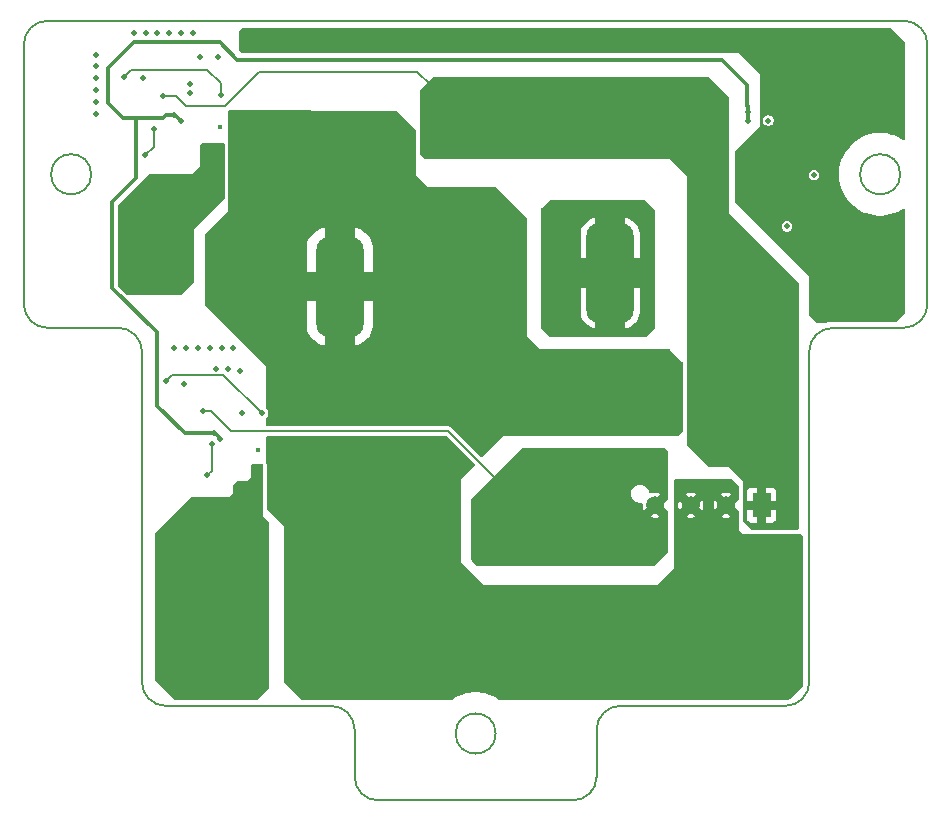
<source format=gbl>
G04 #@! TF.GenerationSoftware,KiCad,Pcbnew,9.0.0*
G04 #@! TF.CreationDate,2026-02-04T15:57:25+07:00*
G04 #@! TF.ProjectId,Power_management_V2,506f7765-725f-46d6-916e-6167656d656e,rev?*
G04 #@! TF.SameCoordinates,Original*
G04 #@! TF.FileFunction,Copper,L4,Bot*
G04 #@! TF.FilePolarity,Positive*
%FSLAX46Y46*%
G04 Gerber Fmt 4.6, Leading zero omitted, Abs format (unit mm)*
G04 Created by KiCad (PCBNEW 9.0.0) date 2026-02-04 15:57:25*
%MOMM*%
%LPD*%
G01*
G04 APERTURE LIST*
G04 Aperture macros list*
%AMRoundRect*
0 Rectangle with rounded corners*
0 $1 Rounding radius*
0 $2 $3 $4 $5 $6 $7 $8 $9 X,Y pos of 4 corners*
0 Add a 4 corners polygon primitive as box body*
4,1,4,$2,$3,$4,$5,$6,$7,$8,$9,$2,$3,0*
0 Add four circle primitives for the rounded corners*
1,1,$1+$1,$2,$3*
1,1,$1+$1,$4,$5*
1,1,$1+$1,$6,$7*
1,1,$1+$1,$8,$9*
0 Add four rect primitives between the rounded corners*
20,1,$1+$1,$2,$3,$4,$5,0*
20,1,$1+$1,$4,$5,$6,$7,0*
20,1,$1+$1,$6,$7,$8,$9,0*
20,1,$1+$1,$8,$9,$2,$3,0*%
G04 Aperture macros list end*
G04 #@! TA.AperFunction,ComponentPad*
%ADD10R,1.520000X2.000000*%
G04 #@! TD*
G04 #@! TA.AperFunction,ComponentPad*
%ADD11C,1.520000*%
G04 #@! TD*
G04 #@! TA.AperFunction,ComponentPad*
%ADD12RoundRect,1.000000X1.000000X3.200000X-1.000000X3.200000X-1.000000X-3.200000X1.000000X-3.200000X0*%
G04 #@! TD*
G04 #@! TA.AperFunction,ViaPad*
%ADD13C,0.500000*%
G04 #@! TD*
G04 #@! TA.AperFunction,ViaPad*
%ADD14C,0.450000*%
G04 #@! TD*
G04 #@! TA.AperFunction,Conductor*
%ADD15C,0.300000*%
G04 #@! TD*
G04 #@! TA.AperFunction,Conductor*
%ADD16C,0.200000*%
G04 #@! TD*
G04 #@! TA.AperFunction,Profile*
%ADD17C,0.200000*%
G04 #@! TD*
G04 #@! TA.AperFunction,Profile*
%ADD18C,0.150000*%
G04 #@! TD*
G04 APERTURE END LIST*
D10*
X144512000Y-92719800D03*
D11*
X141512000Y-92719800D03*
X138512000Y-92719800D03*
X135512000Y-92719800D03*
D12*
X131702000Y-73053800D03*
X108802000Y-74203800D03*
D13*
X131552000Y-104899800D03*
X114752000Y-103999800D03*
X136552000Y-103999800D03*
X117752000Y-103999800D03*
X120652000Y-104899800D03*
X130652000Y-53314800D03*
X125852000Y-81699800D03*
X108552000Y-80949800D03*
X124652000Y-103999800D03*
D14*
X99656466Y-61038237D03*
D13*
X134852000Y-81699800D03*
X108552000Y-79949800D03*
X122652000Y-104899800D03*
X135552000Y-103999800D03*
X109552000Y-102499800D03*
X146952000Y-98599800D03*
X101722000Y-53104800D03*
X133552000Y-104899800D03*
X125652000Y-53314800D03*
X137552000Y-104899800D03*
X133852000Y-81699800D03*
X109552000Y-100499800D03*
X138552000Y-103999800D03*
X114752000Y-104899800D03*
X127552000Y-103999800D03*
X136552000Y-104899800D03*
X122652000Y-53314800D03*
X113752000Y-103999800D03*
X104052000Y-75449800D03*
X109552000Y-107449800D03*
X107552000Y-79949800D03*
X105052000Y-75449800D03*
X108802000Y-102499800D03*
D14*
X100301192Y-61832156D03*
D13*
X129852000Y-81699800D03*
X133652000Y-53314800D03*
X131652000Y-53314800D03*
X127852000Y-81699800D03*
X102722000Y-53104800D03*
X133552000Y-103999800D03*
X132852000Y-81699800D03*
X140952000Y-96799800D03*
X108802000Y-100499800D03*
X128552000Y-103999800D03*
X104052000Y-77449800D03*
X138552000Y-104899800D03*
X123652000Y-103999800D03*
X107552000Y-80949800D03*
X128552000Y-104899800D03*
X127552000Y-104899800D03*
D14*
X99656466Y-62647388D03*
D13*
X117752000Y-104899800D03*
X132552000Y-103999800D03*
X129652000Y-53314800D03*
X105052000Y-77449800D03*
D14*
X102906466Y-89978388D03*
D13*
X100902000Y-65564800D03*
X104377000Y-92649800D03*
X108802000Y-105449800D03*
X104377000Y-91849800D03*
X123652000Y-53314800D03*
X109552000Y-106449800D03*
X118752000Y-104899800D03*
X138652000Y-53314800D03*
X126652000Y-53314800D03*
X105052000Y-78449800D03*
X145952000Y-96799800D03*
X146952000Y-96799800D03*
X121652000Y-103999800D03*
X104052000Y-79449800D03*
X119752000Y-104899800D03*
X131852000Y-81699800D03*
X139552000Y-104899800D03*
X141952000Y-97699800D03*
X140552000Y-104899800D03*
X105052000Y-73449800D03*
X100902000Y-64814800D03*
X129552000Y-104899800D03*
D14*
X100319841Y-62647388D03*
D13*
X142952000Y-98599800D03*
X140352000Y-95399800D03*
X121652000Y-53314800D03*
X142652000Y-53314800D03*
X130852000Y-81699800D03*
X142502000Y-64129800D03*
X115752000Y-104899800D03*
X109552000Y-101499800D03*
D14*
X103569841Y-89978388D03*
D13*
X124652000Y-53314800D03*
X104052000Y-74449800D03*
X145952000Y-97699800D03*
X142952000Y-97699800D03*
X144952000Y-98599800D03*
X140352000Y-94499800D03*
X138352000Y-94499800D03*
X136852000Y-81699800D03*
D14*
X103551192Y-89163156D03*
D13*
X135852000Y-81699800D03*
X143952000Y-96799800D03*
X145952000Y-98599800D03*
X131552000Y-103999800D03*
X126652000Y-103999800D03*
X113752000Y-104899800D03*
X100722000Y-53104800D03*
X97952000Y-87499800D03*
X115752000Y-103999800D03*
X123652000Y-104899800D03*
X109552000Y-80949800D03*
X109552000Y-105449800D03*
X148002000Y-67899800D03*
X139352000Y-94499800D03*
X132652000Y-53314800D03*
X144952000Y-97699800D03*
X134552000Y-103999800D03*
D14*
X102906466Y-88369237D03*
D13*
X127652000Y-53314800D03*
X116752000Y-104899800D03*
X128652000Y-53314800D03*
X139552000Y-103999800D03*
X108802000Y-103499800D03*
X139352000Y-95399800D03*
D14*
X102906466Y-89163156D03*
D13*
X101722000Y-54104800D03*
X138352000Y-95399800D03*
X141952000Y-98599800D03*
X140552000Y-103999800D03*
X125652000Y-104899800D03*
X109552000Y-104449800D03*
X132552000Y-104899800D03*
X142952000Y-96799800D03*
X134552000Y-104899800D03*
X104052000Y-76449800D03*
X126852000Y-81699800D03*
X135652000Y-53314800D03*
X141952000Y-96799800D03*
X144952000Y-96799800D03*
X116752000Y-103999800D03*
X118752000Y-103999800D03*
X92352000Y-63099800D03*
X140652000Y-53314800D03*
X124652000Y-104899800D03*
X105052000Y-76449800D03*
X105052000Y-74449800D03*
X119752000Y-103999800D03*
X135552000Y-104899800D03*
X120652000Y-103999800D03*
X130552000Y-104899800D03*
X99902000Y-64064800D03*
X108802000Y-104449800D03*
X141352000Y-95399800D03*
X120652000Y-53314800D03*
X102722000Y-54104800D03*
X141652000Y-53314800D03*
X129552000Y-103999800D03*
X103277000Y-91399800D03*
X147012000Y-61459800D03*
X134652000Y-53314800D03*
X139652000Y-53314800D03*
X125652000Y-103999800D03*
X104052000Y-78449800D03*
X108802000Y-101499800D03*
D14*
X99656466Y-61832156D03*
D13*
X143952000Y-97699800D03*
X108802000Y-107449800D03*
X121652000Y-104899800D03*
X93052000Y-60899800D03*
X100722000Y-54104800D03*
X141352000Y-94499800D03*
X137552000Y-103999800D03*
X140952000Y-97699800D03*
X108802000Y-106449800D03*
X109552000Y-103499800D03*
X122652000Y-103999800D03*
X105052000Y-79449800D03*
X109552000Y-79949800D03*
X143952000Y-98599800D03*
X146952000Y-97699800D03*
X137652000Y-53314800D03*
X128852000Y-81699800D03*
X130552000Y-103999800D03*
X140952000Y-98599800D03*
X104052000Y-73449800D03*
X126652000Y-104899800D03*
X136652000Y-53314800D03*
X97552000Y-90199800D03*
X126802000Y-73449800D03*
X96052000Y-103199800D03*
X95052000Y-104199800D03*
X94402000Y-66564800D03*
X94302000Y-67449800D03*
X95052000Y-101199800D03*
X97052000Y-101199800D03*
X91302000Y-72449800D03*
X126802000Y-75449800D03*
X127802000Y-73449800D03*
X126802000Y-70449800D03*
X145082000Y-60149800D03*
X126802000Y-68449800D03*
X95052000Y-97299800D03*
X127802000Y-71449800D03*
X92302000Y-68449800D03*
X127802000Y-69449800D03*
X90302000Y-72449800D03*
X95052000Y-94299800D03*
X91302000Y-74449800D03*
X127802000Y-76449800D03*
X97052000Y-94299800D03*
X97052000Y-93299800D03*
D14*
X101842000Y-89869800D03*
D13*
X96052000Y-94299800D03*
X95052000Y-100199800D03*
X97052000Y-98299800D03*
X100252000Y-92299800D03*
X92302000Y-67449800D03*
X127802000Y-68449800D03*
X126802000Y-76449800D03*
X96052000Y-98299800D03*
X95402000Y-66564800D03*
X126802000Y-72449800D03*
X97052000Y-103199800D03*
X96052000Y-99299800D03*
X97352000Y-64214800D03*
X126802000Y-77449800D03*
D14*
X98472000Y-62378800D03*
D13*
X127802000Y-75449800D03*
X96052000Y-100199800D03*
X96402000Y-66564800D03*
X90302000Y-67449800D03*
X126802000Y-71449800D03*
X97052000Y-97299800D03*
X93302000Y-68449800D03*
X100252000Y-91499800D03*
X127802000Y-67449800D03*
X91302000Y-68449800D03*
X95052000Y-105199800D03*
X97052000Y-95299800D03*
X90302000Y-71449800D03*
X97052000Y-96299800D03*
X97052000Y-100199800D03*
X95052000Y-102199800D03*
X96052000Y-102199800D03*
X91302000Y-69449800D03*
X90302000Y-68449800D03*
X97352000Y-65214800D03*
X95052000Y-103199800D03*
X91302000Y-73449800D03*
X126802000Y-67449800D03*
X94302000Y-68449800D03*
X97052000Y-105199800D03*
X96052000Y-101199800D03*
X95052000Y-98299800D03*
X97052000Y-99299800D03*
X98402000Y-66564800D03*
X91302000Y-70449800D03*
X146652000Y-69099800D03*
X126802000Y-69449800D03*
X97402000Y-66564800D03*
X93302000Y-67449800D03*
X127802000Y-77449800D03*
X127802000Y-70449800D03*
X127802000Y-72449800D03*
X96052000Y-97299800D03*
X96052000Y-105199800D03*
X95052000Y-99299800D03*
X148952000Y-64769800D03*
X90302000Y-73449800D03*
X97052000Y-102199800D03*
X91302000Y-71449800D03*
X96052000Y-95299800D03*
X96052000Y-96299800D03*
X126802000Y-74449800D03*
X127802000Y-74449800D03*
X96052000Y-104199800D03*
X90302000Y-70449800D03*
X97052000Y-104199800D03*
X91302000Y-67449800D03*
X96052000Y-93299800D03*
X95052000Y-96299800D03*
X98052000Y-93299800D03*
X90302000Y-69449800D03*
X95052000Y-95299800D03*
X98532000Y-54754800D03*
X92366071Y-52759927D03*
X91366071Y-52759927D03*
X96152000Y-57064800D03*
X88152000Y-56564800D03*
D14*
X98628728Y-60725061D03*
D13*
X95366071Y-52759927D03*
X93366071Y-52759927D03*
X88152000Y-59564800D03*
X96997000Y-54779800D03*
X88152000Y-55564800D03*
X94366071Y-52759927D03*
X88152000Y-54564800D03*
X88152000Y-57564800D03*
X88152000Y-58564800D03*
X96366071Y-52759927D03*
X96152000Y-57814800D03*
X92112000Y-56584800D03*
X94057000Y-82239800D03*
X102182000Y-84949800D03*
X134942000Y-88559800D03*
X129052000Y-92749800D03*
X124692000Y-88559800D03*
X124802000Y-92749800D03*
X127692000Y-88559800D03*
X128692000Y-88559800D03*
X123462000Y-97394800D03*
X127712000Y-97394800D03*
X132052000Y-92749800D03*
X123462000Y-96144800D03*
X128052000Y-92749800D03*
X132942000Y-88559800D03*
X121462000Y-97394800D03*
X122462000Y-96144800D03*
X129712000Y-97394800D03*
X133052000Y-92749800D03*
X126712000Y-97394800D03*
X128712000Y-96144800D03*
X125462000Y-97394800D03*
X135942000Y-88559800D03*
X97252000Y-84699800D03*
X125802000Y-92749800D03*
X129692000Y-88559800D03*
X126802000Y-92749800D03*
X130942000Y-88559800D03*
X121462000Y-96144800D03*
X126712000Y-96144800D03*
X131052000Y-92749800D03*
X131712000Y-97394800D03*
X120462000Y-96144800D03*
X130712000Y-96144800D03*
X130052000Y-92749800D03*
X122462000Y-97394800D03*
X131712000Y-96144800D03*
X127712000Y-96144800D03*
X128712000Y-97394800D03*
X130712000Y-97394800D03*
X129712000Y-96144800D03*
X133942000Y-88559800D03*
X120462000Y-97394800D03*
X131942000Y-88559800D03*
X125462000Y-96144800D03*
X124462000Y-96144800D03*
X121802000Y-92749800D03*
X123802000Y-92749800D03*
X125692000Y-88559800D03*
X122802000Y-92749800D03*
X124462000Y-97394800D03*
X126692000Y-88559800D03*
X98712000Y-57974800D03*
X90517000Y-56484800D03*
X120902000Y-58004800D03*
X141802000Y-80199800D03*
X139802000Y-79199800D03*
X93832000Y-58099800D03*
X126652000Y-59814800D03*
X133652000Y-59814800D03*
X131652000Y-59814800D03*
X141802000Y-86899800D03*
X141802000Y-79199800D03*
X139802000Y-80199800D03*
X137652000Y-59814800D03*
X121652000Y-59814800D03*
X123652000Y-59814800D03*
X139802000Y-86899800D03*
X134652000Y-59814800D03*
X135652000Y-59814800D03*
X144552000Y-89599800D03*
X124652000Y-59814800D03*
X143552000Y-90599800D03*
X139442000Y-67799800D03*
X142752000Y-85899800D03*
X145552000Y-89599800D03*
X144552000Y-90599800D03*
X144752000Y-85899800D03*
X140802000Y-80199800D03*
X143552000Y-89599800D03*
X142752000Y-86899800D03*
X140442000Y-66799800D03*
X143752000Y-86899800D03*
X146752000Y-91499800D03*
X140442000Y-64759800D03*
X144752000Y-86899800D03*
X136652000Y-59814800D03*
X146752000Y-92499800D03*
X139652000Y-59814800D03*
X140452000Y-70899800D03*
X140802000Y-79199800D03*
X139442000Y-65799800D03*
X139442000Y-63759800D03*
X141802000Y-85899800D03*
X140442000Y-65799800D03*
X129652000Y-59814800D03*
X122652000Y-59814800D03*
X140452000Y-69899800D03*
X139452000Y-69899800D03*
X130652000Y-59814800D03*
X145552000Y-90599800D03*
X120902000Y-57164800D03*
X143752000Y-85899800D03*
X140452000Y-68899800D03*
X140442000Y-67799800D03*
X128652000Y-59814800D03*
X127652000Y-59814800D03*
X132652000Y-59814800D03*
X139802000Y-85899800D03*
X125652000Y-59814800D03*
X139442000Y-64759800D03*
X140442000Y-63759800D03*
X138652000Y-59814800D03*
X146752000Y-93499800D03*
X139452000Y-70899800D03*
X139452000Y-68899800D03*
X140802000Y-85899800D03*
X140442000Y-62759800D03*
X139442000Y-66799800D03*
X140802000Y-86899800D03*
X139442000Y-62759800D03*
X98702000Y-87149800D03*
X95352000Y-60184800D03*
X94775727Y-59708820D03*
X143332000Y-59434800D03*
X143332000Y-60184800D03*
X98188047Y-86635847D03*
X95802000Y-79449800D03*
X94802000Y-79449800D03*
X100552000Y-84949800D03*
X95652000Y-82439800D03*
D14*
X101878728Y-88056061D03*
D13*
X100372000Y-81389800D03*
X99352000Y-81199800D03*
X97802000Y-79449800D03*
X98802000Y-79449800D03*
X99802000Y-79449800D03*
X96802000Y-79449800D03*
X98352000Y-81199800D03*
D15*
X94082980Y-59708820D02*
X93847000Y-59944800D01*
X94775727Y-59708820D02*
X94082980Y-59708820D01*
X93847000Y-59944800D02*
X90462000Y-59944800D01*
D16*
X97952000Y-89799800D02*
X97552000Y-90199800D01*
X93052000Y-62399800D02*
X92352000Y-63099800D01*
X97952000Y-87499800D02*
X97952000Y-89799800D01*
X93052000Y-60899800D02*
X93052000Y-62399800D01*
X94057000Y-82239800D02*
X94592000Y-81704800D01*
X94592000Y-81704800D02*
X98937000Y-81704800D01*
X98937000Y-81704800D02*
X102182000Y-84949800D01*
X97282000Y-84729800D02*
X97882000Y-84729800D01*
X118002000Y-86449800D02*
X123802000Y-92249800D01*
X99602000Y-86449800D02*
X118002000Y-86449800D01*
X97252000Y-84699800D02*
X97282000Y-84729800D01*
X123802000Y-92249800D02*
X123802000Y-92749800D01*
X97882000Y-84729800D02*
X99602000Y-86449800D01*
X91167000Y-55834800D02*
X97552000Y-55834800D01*
X97552000Y-55834800D02*
X98712000Y-56994800D01*
X98712000Y-56994800D02*
X98712000Y-57974800D01*
X90517000Y-56484800D02*
X91167000Y-55834800D01*
X93832000Y-58099800D02*
X94952000Y-58099800D01*
X94952000Y-58099800D02*
X95767000Y-58914800D01*
X116527000Y-57164800D02*
X120902000Y-57164800D01*
X120902000Y-58004800D02*
X120902000Y-57164800D01*
X95767000Y-58914800D02*
X99052000Y-58914800D01*
X115377000Y-56014800D02*
X116527000Y-57164800D01*
X101952000Y-56014800D02*
X115377000Y-56014800D01*
X99052000Y-58914800D02*
X101952000Y-56014800D01*
D15*
X91552000Y-60044800D02*
X91552000Y-65049800D01*
X91452000Y-59944800D02*
X91552000Y-60044800D01*
X98627000Y-53474800D02*
X91342000Y-53474800D01*
D16*
X94775727Y-59708820D02*
X94876020Y-59708820D01*
D15*
X143332000Y-59434800D02*
X143332000Y-58909800D01*
X91342000Y-53474800D02*
X89142000Y-55674800D01*
X91552000Y-65049800D02*
X89552000Y-67049800D01*
D16*
X98224095Y-86635847D02*
X98188047Y-86635847D01*
D15*
X89552000Y-74324800D02*
X93322000Y-78094800D01*
X89142000Y-58624800D02*
X90462000Y-59944800D01*
X143322000Y-58899800D02*
X143322000Y-57169800D01*
X90462000Y-59944800D02*
X91452000Y-59944800D01*
D16*
X98702000Y-87149800D02*
X98652000Y-87099800D01*
X98652000Y-87099800D02*
X98652000Y-87063752D01*
D15*
X93322000Y-78094800D02*
X93322000Y-84299800D01*
X94876020Y-59708820D02*
X95352000Y-60184800D01*
X89552000Y-67049800D02*
X89552000Y-74324800D01*
X143322000Y-57169800D02*
X141142000Y-54989800D01*
X95658047Y-86635847D02*
X98188047Y-86635847D01*
X100142000Y-54989800D02*
X98627000Y-53474800D01*
X143332000Y-59434800D02*
X143332000Y-60184800D01*
X89142000Y-55674800D02*
X89142000Y-58624800D01*
X93322000Y-84299800D02*
X95658047Y-86635847D01*
X98652000Y-87063752D02*
X98224095Y-86635847D01*
X141142000Y-54989800D02*
X100142000Y-54989800D01*
G04 #@! TA.AperFunction,Conductor*
G36*
X147692000Y-94598438D02*
G01*
X147683355Y-94627878D01*
X147676832Y-94657865D01*
X147673077Y-94662880D01*
X147672315Y-94665477D01*
X147655681Y-94686119D01*
X147528319Y-94813481D01*
X147466996Y-94846966D01*
X147440638Y-94849800D01*
X143753362Y-94849800D01*
X143686323Y-94830115D01*
X143665681Y-94813481D01*
X142938319Y-94086119D01*
X142904834Y-94024796D01*
X142902000Y-93998438D01*
X142902000Y-93767644D01*
X143252000Y-93767644D01*
X143258401Y-93827172D01*
X143258403Y-93827179D01*
X143308645Y-93961886D01*
X143308649Y-93961893D01*
X143394809Y-94076987D01*
X143394812Y-94076990D01*
X143509906Y-94163150D01*
X143509913Y-94163154D01*
X143644620Y-94213396D01*
X143644627Y-94213398D01*
X143704155Y-94219799D01*
X143704172Y-94219800D01*
X144112000Y-94219800D01*
X144912000Y-94219800D01*
X145319828Y-94219800D01*
X145319844Y-94219799D01*
X145379372Y-94213398D01*
X145379379Y-94213396D01*
X145514086Y-94163154D01*
X145514093Y-94163150D01*
X145629187Y-94076990D01*
X145629190Y-94076987D01*
X145715350Y-93961893D01*
X145715354Y-93961886D01*
X145765596Y-93827179D01*
X145765598Y-93827172D01*
X145771999Y-93767644D01*
X145772000Y-93767627D01*
X145772000Y-93119800D01*
X144912000Y-93119800D01*
X144912000Y-94219800D01*
X144112000Y-94219800D01*
X144112000Y-93119800D01*
X143252000Y-93119800D01*
X143252000Y-93767644D01*
X142902000Y-93767644D01*
X142902000Y-92652657D01*
X144002000Y-92652657D01*
X144002000Y-92786943D01*
X144036755Y-92916653D01*
X144103898Y-93032947D01*
X144198853Y-93127902D01*
X144315147Y-93195045D01*
X144444857Y-93229800D01*
X144579143Y-93229800D01*
X144708853Y-93195045D01*
X144825147Y-93127902D01*
X144920102Y-93032947D01*
X144987245Y-92916653D01*
X145022000Y-92786943D01*
X145022000Y-92652657D01*
X144987245Y-92522947D01*
X144920102Y-92406653D01*
X144833249Y-92319800D01*
X144912000Y-92319800D01*
X145772000Y-92319800D01*
X145772000Y-91671972D01*
X145771999Y-91671955D01*
X145765598Y-91612427D01*
X145765596Y-91612420D01*
X145715354Y-91477713D01*
X145715350Y-91477706D01*
X145629190Y-91362612D01*
X145629187Y-91362609D01*
X145514093Y-91276449D01*
X145514086Y-91276445D01*
X145379379Y-91226203D01*
X145379372Y-91226201D01*
X145319844Y-91219800D01*
X144912000Y-91219800D01*
X144912000Y-92319800D01*
X144833249Y-92319800D01*
X144825147Y-92311698D01*
X144708853Y-92244555D01*
X144579143Y-92209800D01*
X144444857Y-92209800D01*
X144315147Y-92244555D01*
X144198853Y-92311698D01*
X144103898Y-92406653D01*
X144036755Y-92522947D01*
X144002000Y-92652657D01*
X142902000Y-92652657D01*
X142902000Y-91671955D01*
X143252000Y-91671955D01*
X143252000Y-92319800D01*
X144112000Y-92319800D01*
X144112000Y-91219800D01*
X143704155Y-91219800D01*
X143644627Y-91226201D01*
X143644620Y-91226203D01*
X143509913Y-91276445D01*
X143509906Y-91276449D01*
X143394812Y-91362609D01*
X143394809Y-91362612D01*
X143308649Y-91477706D01*
X143308645Y-91477713D01*
X143258403Y-91612420D01*
X143258401Y-91612427D01*
X143252000Y-91671955D01*
X142902000Y-91671955D01*
X142902000Y-90649800D01*
X141742000Y-89489800D01*
X141742000Y-88099800D01*
X142102000Y-87739800D01*
X147692000Y-87739800D01*
X147692000Y-94598438D01*
G37*
G04 #@! TD.AperFunction*
G04 #@! TA.AperFunction,Conductor*
G36*
X140077677Y-56449485D02*
G01*
X140098319Y-56466119D01*
X141755681Y-58123481D01*
X141789166Y-58184804D01*
X141792000Y-58211162D01*
X141792000Y-68019800D01*
X147655681Y-73883481D01*
X147689166Y-73944804D01*
X147692000Y-73971162D01*
X147692000Y-87739800D01*
X142102000Y-87739800D01*
X141742000Y-88099800D01*
X141742000Y-89489800D01*
X140123362Y-89489800D01*
X140056323Y-89470115D01*
X140035681Y-89453481D01*
X138268319Y-87686119D01*
X138234834Y-87624796D01*
X138232000Y-87598438D01*
X138232000Y-64879800D01*
X136792000Y-63439800D01*
X116078362Y-63439800D01*
X116011323Y-63420115D01*
X115990681Y-63403481D01*
X115663319Y-63076119D01*
X115629834Y-63014796D01*
X115627000Y-62988438D01*
X115627000Y-57566162D01*
X115646685Y-57499123D01*
X115663319Y-57478481D01*
X116675681Y-56466119D01*
X116737004Y-56432634D01*
X116763362Y-56429800D01*
X140010638Y-56429800D01*
X140077677Y-56449485D01*
G37*
G04 #@! TD.AperFunction*
G04 #@! TA.AperFunction,Conductor*
G36*
X102269005Y-89244485D02*
G01*
X102314760Y-89297289D01*
X102325966Y-89348800D01*
X102325966Y-93079262D01*
X102326375Y-93096993D01*
X102327000Y-93106806D01*
X102327000Y-93674800D01*
X102795681Y-94143481D01*
X102829166Y-94204804D01*
X102832000Y-94231162D01*
X102832000Y-108128438D01*
X102812315Y-108195477D01*
X102795681Y-108216119D01*
X101848819Y-109162981D01*
X101787496Y-109196466D01*
X101761138Y-109199300D01*
X94852862Y-109199300D01*
X94785823Y-109179615D01*
X94765181Y-109162981D01*
X93168319Y-107566119D01*
X93134834Y-107504796D01*
X93132000Y-107478438D01*
X93132000Y-95131162D01*
X93151685Y-95064123D01*
X93168319Y-95043481D01*
X96125681Y-92086119D01*
X96187004Y-92052634D01*
X96213362Y-92049800D01*
X99422000Y-92049800D01*
X99752000Y-91719800D01*
X99752000Y-91091162D01*
X99771685Y-91024123D01*
X99788319Y-91003481D01*
X100085681Y-90706119D01*
X100147004Y-90672634D01*
X100173362Y-90669800D01*
X100972000Y-90669800D01*
X101267000Y-90374800D01*
X101267000Y-89348800D01*
X101286685Y-89281761D01*
X101339489Y-89236006D01*
X101391000Y-89224800D01*
X102201966Y-89224800D01*
X102269005Y-89244485D01*
G37*
G04 #@! TD.AperFunction*
G04 #@! TA.AperFunction,Conductor*
G36*
X141967677Y-90519485D02*
G01*
X141988319Y-90536119D01*
X142565681Y-91113481D01*
X142599166Y-91174804D01*
X142602000Y-91201162D01*
X142602000Y-92151551D01*
X142600617Y-92151551D01*
X142602000Y-92164426D01*
X142602000Y-92192972D01*
X142599274Y-92205757D01*
X142592740Y-92217839D01*
X142592565Y-92218264D01*
X142592521Y-92218245D01*
X142588622Y-92225455D01*
X142582315Y-92246937D01*
X142572328Y-92255590D01*
X142566041Y-92267218D01*
X142546430Y-92278031D01*
X142529511Y-92292692D01*
X142516430Y-92294572D01*
X142504856Y-92300955D01*
X142497054Y-92300429D01*
X142077686Y-92719799D01*
X142077686Y-92719801D01*
X142500111Y-93142226D01*
X142523399Y-93144310D01*
X142578577Y-93187172D01*
X142599274Y-93233843D01*
X142602000Y-93246628D01*
X142602000Y-93269254D01*
X142601449Y-93276533D01*
X142602000Y-93281660D01*
X142602000Y-94849800D01*
X142902000Y-95149800D01*
X147800638Y-95149800D01*
X147830078Y-95158444D01*
X147860065Y-95164968D01*
X147865080Y-95168722D01*
X147867677Y-95169485D01*
X147888319Y-95186119D01*
X147965681Y-95263481D01*
X147999166Y-95324804D01*
X148002000Y-95351162D01*
X148002000Y-98749800D01*
X147352000Y-99399800D01*
X139852000Y-99399800D01*
X139452000Y-98999800D01*
X139452000Y-97699800D01*
X137102000Y-95349800D01*
X137102000Y-93696773D01*
X138100710Y-93696773D01*
X138202808Y-93739064D01*
X138202816Y-93739066D01*
X138407594Y-93779799D01*
X138407598Y-93779800D01*
X138616402Y-93779800D01*
X138616405Y-93779799D01*
X138821183Y-93739066D01*
X138821187Y-93739065D01*
X138923288Y-93696773D01*
X141100710Y-93696773D01*
X141202808Y-93739064D01*
X141202816Y-93739066D01*
X141407594Y-93779799D01*
X141407598Y-93779800D01*
X141616402Y-93779800D01*
X141616405Y-93779799D01*
X141821183Y-93739066D01*
X141821187Y-93739065D01*
X141923288Y-93696773D01*
X141512001Y-93285486D01*
X141512000Y-93285486D01*
X141100710Y-93696773D01*
X138923288Y-93696773D01*
X138512001Y-93285486D01*
X138512000Y-93285486D01*
X138100710Y-93696773D01*
X137102000Y-93696773D01*
X137102000Y-92615394D01*
X137452000Y-92615394D01*
X137452000Y-92824205D01*
X137492733Y-93028983D01*
X137492735Y-93028991D01*
X137535025Y-93131088D01*
X137946314Y-92719800D01*
X137946314Y-92719799D01*
X137879172Y-92652657D01*
X138002000Y-92652657D01*
X138002000Y-92786943D01*
X138036755Y-92916653D01*
X138103898Y-93032947D01*
X138198853Y-93127902D01*
X138315147Y-93195045D01*
X138444857Y-93229800D01*
X138579143Y-93229800D01*
X138708853Y-93195045D01*
X138825147Y-93127902D01*
X138920102Y-93032947D01*
X138987245Y-92916653D01*
X139022000Y-92786943D01*
X139022000Y-92719799D01*
X139077686Y-92719799D01*
X139077686Y-92719801D01*
X139488973Y-93131088D01*
X139531265Y-93028987D01*
X139531266Y-93028983D01*
X139571999Y-92824205D01*
X139572000Y-92824202D01*
X139572000Y-92615398D01*
X139571999Y-92615394D01*
X140452000Y-92615394D01*
X140452000Y-92824205D01*
X140492733Y-93028983D01*
X140492735Y-93028991D01*
X140535025Y-93131088D01*
X140946314Y-92719800D01*
X140946314Y-92719799D01*
X140879172Y-92652657D01*
X141002000Y-92652657D01*
X141002000Y-92786943D01*
X141036755Y-92916653D01*
X141103898Y-93032947D01*
X141198853Y-93127902D01*
X141315147Y-93195045D01*
X141444857Y-93229800D01*
X141579143Y-93229800D01*
X141708853Y-93195045D01*
X141825147Y-93127902D01*
X141920102Y-93032947D01*
X141987245Y-92916653D01*
X142022000Y-92786943D01*
X142022000Y-92652657D01*
X141987245Y-92522947D01*
X141920102Y-92406653D01*
X141825147Y-92311698D01*
X141708853Y-92244555D01*
X141579143Y-92209800D01*
X141444857Y-92209800D01*
X141315147Y-92244555D01*
X141198853Y-92311698D01*
X141103898Y-92406653D01*
X141036755Y-92522947D01*
X141002000Y-92652657D01*
X140879172Y-92652657D01*
X140535025Y-92308510D01*
X140492735Y-92410607D01*
X140492732Y-92410616D01*
X140452000Y-92615394D01*
X139571999Y-92615394D01*
X139531266Y-92410616D01*
X139531264Y-92410608D01*
X139488973Y-92308510D01*
X139077686Y-92719799D01*
X139022000Y-92719799D01*
X139022000Y-92652657D01*
X138987245Y-92522947D01*
X138920102Y-92406653D01*
X138825147Y-92311698D01*
X138708853Y-92244555D01*
X138579143Y-92209800D01*
X138444857Y-92209800D01*
X138315147Y-92244555D01*
X138198853Y-92311698D01*
X138103898Y-92406653D01*
X138036755Y-92522947D01*
X138002000Y-92652657D01*
X137879172Y-92652657D01*
X137535025Y-92308510D01*
X137492735Y-92410607D01*
X137492732Y-92410616D01*
X137452000Y-92615394D01*
X137102000Y-92615394D01*
X137102000Y-91742825D01*
X138100710Y-91742825D01*
X138512000Y-92154114D01*
X138512001Y-92154114D01*
X138923288Y-91742825D01*
X141100710Y-91742825D01*
X141512000Y-92154114D01*
X141512001Y-92154114D01*
X141923288Y-91742825D01*
X141821191Y-91700535D01*
X141821183Y-91700533D01*
X141616405Y-91659800D01*
X141407594Y-91659800D01*
X141202816Y-91700532D01*
X141202807Y-91700535D01*
X141100710Y-91742825D01*
X138923288Y-91742825D01*
X138821191Y-91700535D01*
X138821183Y-91700533D01*
X138616405Y-91659800D01*
X138407594Y-91659800D01*
X138202816Y-91700532D01*
X138202807Y-91700535D01*
X138100710Y-91742825D01*
X137102000Y-91742825D01*
X137102000Y-90623800D01*
X137121685Y-90556761D01*
X137174489Y-90511006D01*
X137226000Y-90499800D01*
X141900638Y-90499800D01*
X141967677Y-90519485D01*
G37*
G04 #@! TD.AperFunction*
G04 #@! TA.AperFunction,Conductor*
G36*
X104452000Y-87399800D02*
G01*
X104602000Y-87549800D01*
X104602000Y-93574800D01*
X104227000Y-93949800D01*
X103502000Y-93949800D01*
X102631466Y-93079266D01*
X102631466Y-87349800D01*
X102706466Y-87274800D01*
X104452000Y-87274800D01*
X104452000Y-87399800D01*
G37*
G04 #@! TD.AperFunction*
G04 #@! TA.AperFunction,Conductor*
G36*
X101252000Y-59914800D02*
G01*
X101402000Y-60064800D01*
X101402000Y-66089800D01*
X100777000Y-66714800D01*
X100181466Y-66714800D01*
X99367500Y-65900834D01*
X99367500Y-62128806D01*
X99367500Y-62128800D01*
X99363739Y-62081014D01*
X99358894Y-62050421D01*
X99352487Y-62020046D01*
X99352486Y-62020043D01*
X99323463Y-61958953D01*
X99311466Y-61905743D01*
X99311466Y-59984800D01*
X99506466Y-59789800D01*
X101252000Y-59789800D01*
X101252000Y-59914800D01*
G37*
G04 #@! TD.AperFunction*
G04 #@! TA.AperFunction,Conductor*
G36*
X155467677Y-52319485D02*
G01*
X155488319Y-52336119D01*
X156621752Y-53469552D01*
X156655237Y-53530875D01*
X156658071Y-53557233D01*
X156658071Y-61670700D01*
X156638386Y-61737739D01*
X156585582Y-61783494D01*
X156516424Y-61793438D01*
X156465180Y-61773802D01*
X156351366Y-61697754D01*
X156351365Y-61697753D01*
X156351360Y-61697750D01*
X156351355Y-61697747D01*
X156351348Y-61697743D01*
X156048450Y-61535840D01*
X156048438Y-61535835D01*
X155731119Y-61404397D01*
X155498491Y-61333830D01*
X155402431Y-61304691D01*
X155402428Y-61304690D01*
X155402427Y-61304690D01*
X155065554Y-61237681D01*
X154824732Y-61213963D01*
X154723737Y-61204016D01*
X154380263Y-61204016D01*
X154288323Y-61213071D01*
X154038445Y-61237681D01*
X153701572Y-61304690D01*
X153372880Y-61404397D01*
X153055561Y-61535835D01*
X153055549Y-61535840D01*
X152752651Y-61697743D01*
X152752633Y-61697754D01*
X152467060Y-61888568D01*
X152467046Y-61888578D01*
X152201538Y-62106475D01*
X151958675Y-62349338D01*
X151740778Y-62614846D01*
X151740768Y-62614860D01*
X151549954Y-62900433D01*
X151549943Y-62900451D01*
X151388040Y-63203349D01*
X151388035Y-63203361D01*
X151256597Y-63520680D01*
X151156890Y-63849372D01*
X151089881Y-64186245D01*
X151056216Y-64528066D01*
X151056216Y-64871533D01*
X151089881Y-65213354D01*
X151156890Y-65550227D01*
X151256597Y-65878919D01*
X151388035Y-66196238D01*
X151388040Y-66196250D01*
X151549943Y-66499148D01*
X151549954Y-66499166D01*
X151740768Y-66784739D01*
X151740778Y-66784753D01*
X151958675Y-67050261D01*
X152201538Y-67293124D01*
X152201543Y-67293128D01*
X152201544Y-67293129D01*
X152467052Y-67511026D01*
X152752640Y-67701850D01*
X152752649Y-67701855D01*
X152752651Y-67701856D01*
X153055549Y-67863759D01*
X153055551Y-67863759D01*
X153055557Y-67863763D01*
X153238056Y-67939356D01*
X153372880Y-67995202D01*
X153372884Y-67995203D01*
X153372886Y-67995204D01*
X153701569Y-68094909D01*
X154038443Y-68161918D01*
X154380263Y-68195584D01*
X154380266Y-68195584D01*
X154723734Y-68195584D01*
X154723737Y-68195584D01*
X155065557Y-68161918D01*
X155402431Y-68094909D01*
X155731114Y-67995204D01*
X156048443Y-67863763D01*
X156351360Y-67701850D01*
X156465182Y-67625796D01*
X156531857Y-67604919D01*
X156599237Y-67623403D01*
X156645928Y-67675382D01*
X156658071Y-67728899D01*
X156658071Y-76448438D01*
X156638386Y-76515477D01*
X156621752Y-76536119D01*
X155994890Y-77162981D01*
X155933567Y-77196466D01*
X155907209Y-77199300D01*
X150400746Y-77199300D01*
X150276306Y-77214410D01*
X150100449Y-77235763D01*
X149855258Y-77296197D01*
X149825583Y-77299800D01*
X149203362Y-77299800D01*
X149136323Y-77280115D01*
X149115681Y-77263481D01*
X148588319Y-76736119D01*
X148554834Y-76674796D01*
X148552000Y-76648438D01*
X148552000Y-73299800D01*
X144292691Y-69040491D01*
X146201500Y-69040491D01*
X146201500Y-69159109D01*
X146232201Y-69273686D01*
X146291511Y-69376413D01*
X146375387Y-69460289D01*
X146478114Y-69519599D01*
X146592691Y-69550300D01*
X146592694Y-69550300D01*
X146711306Y-69550300D01*
X146711309Y-69550300D01*
X146825886Y-69519599D01*
X146928613Y-69460289D01*
X147012489Y-69376413D01*
X147071799Y-69273686D01*
X147102500Y-69159109D01*
X147102500Y-69040491D01*
X147071799Y-68925914D01*
X147012489Y-68823187D01*
X146928613Y-68739311D01*
X146825886Y-68680001D01*
X146711309Y-68649300D01*
X146592691Y-68649300D01*
X146478114Y-68680001D01*
X146478112Y-68680001D01*
X146478112Y-68680002D01*
X146375387Y-68739311D01*
X146375384Y-68739313D01*
X146291513Y-68823184D01*
X146291511Y-68823187D01*
X146232201Y-68925914D01*
X146201500Y-69040491D01*
X144292691Y-69040491D01*
X142288319Y-67036119D01*
X142254834Y-66974796D01*
X142252000Y-66948438D01*
X142252000Y-64710491D01*
X148501500Y-64710491D01*
X148501500Y-64829109D01*
X148532201Y-64943686D01*
X148591511Y-65046413D01*
X148675387Y-65130289D01*
X148778114Y-65189599D01*
X148892691Y-65220300D01*
X148892694Y-65220300D01*
X149011306Y-65220300D01*
X149011309Y-65220300D01*
X149125886Y-65189599D01*
X149228613Y-65130289D01*
X149312489Y-65046413D01*
X149371799Y-64943686D01*
X149402500Y-64829109D01*
X149402500Y-64710491D01*
X149371799Y-64595914D01*
X149312489Y-64493187D01*
X149228613Y-64409311D01*
X149125886Y-64350001D01*
X149011309Y-64319300D01*
X148892691Y-64319300D01*
X148778114Y-64350001D01*
X148778112Y-64350001D01*
X148778112Y-64350002D01*
X148675387Y-64409311D01*
X148675384Y-64409313D01*
X148591513Y-64493184D01*
X148591511Y-64493187D01*
X148537975Y-64585914D01*
X148532201Y-64595914D01*
X148501500Y-64710491D01*
X142252000Y-64710491D01*
X142252000Y-62851162D01*
X142271685Y-62784123D01*
X142288319Y-62763481D01*
X143314061Y-61737739D01*
X144352000Y-60699800D01*
X144352000Y-60090491D01*
X144631500Y-60090491D01*
X144631500Y-60209109D01*
X144662201Y-60323686D01*
X144721511Y-60426413D01*
X144805387Y-60510289D01*
X144908114Y-60569599D01*
X145022691Y-60600300D01*
X145022694Y-60600300D01*
X145141306Y-60600300D01*
X145141309Y-60600300D01*
X145255886Y-60569599D01*
X145358613Y-60510289D01*
X145442489Y-60426413D01*
X145501799Y-60323686D01*
X145532500Y-60209109D01*
X145532500Y-60090491D01*
X145501799Y-59975914D01*
X145442489Y-59873187D01*
X145358613Y-59789311D01*
X145255886Y-59730001D01*
X145141309Y-59699300D01*
X145022691Y-59699300D01*
X144908114Y-59730001D01*
X144908112Y-59730001D01*
X144908112Y-59730002D01*
X144805387Y-59789311D01*
X144805384Y-59789313D01*
X144721513Y-59873184D01*
X144721511Y-59873187D01*
X144662201Y-59975914D01*
X144631500Y-60090491D01*
X144352000Y-60090491D01*
X144352000Y-56199800D01*
X142552000Y-54399800D01*
X100503362Y-54399800D01*
X100473921Y-54391155D01*
X100443935Y-54384632D01*
X100438919Y-54380877D01*
X100436323Y-54380115D01*
X100415681Y-54363481D01*
X100288319Y-54236119D01*
X100254834Y-54174796D01*
X100252000Y-54148438D01*
X100252000Y-52651162D01*
X100271685Y-52584123D01*
X100288319Y-52563481D01*
X100515681Y-52336119D01*
X100577004Y-52302634D01*
X100603362Y-52299800D01*
X155400638Y-52299800D01*
X155467677Y-52319485D01*
G37*
G04 #@! TD.AperFunction*
G04 #@! TA.AperFunction,Conductor*
G36*
X136317677Y-87869485D02*
G01*
X136338319Y-87886119D01*
X136515681Y-88063481D01*
X136549166Y-88124804D01*
X136552000Y-88151162D01*
X136552000Y-92244350D01*
X136548616Y-92248871D01*
X136535838Y-92261648D01*
X136535833Y-92261650D01*
X136077686Y-92719799D01*
X136077686Y-92719801D01*
X136535825Y-93177940D01*
X136535840Y-93177954D01*
X136548619Y-93190733D01*
X136552000Y-93196924D01*
X136552000Y-93362714D01*
X136552000Y-96688438D01*
X136532315Y-96755477D01*
X136515681Y-96776119D01*
X135478319Y-97813481D01*
X135416996Y-97846966D01*
X135390638Y-97849800D01*
X120458362Y-97849800D01*
X120391323Y-97830115D01*
X120370681Y-97813481D01*
X119988319Y-97431119D01*
X119954834Y-97369796D01*
X119952000Y-97343438D01*
X119952000Y-93696773D01*
X135100710Y-93696773D01*
X135202808Y-93739064D01*
X135202816Y-93739066D01*
X135407594Y-93779799D01*
X135407598Y-93779800D01*
X135616402Y-93779800D01*
X135616405Y-93779799D01*
X135821183Y-93739066D01*
X135821187Y-93739065D01*
X135923288Y-93696773D01*
X135512001Y-93285486D01*
X135512000Y-93285486D01*
X135100710Y-93696773D01*
X119952000Y-93696773D01*
X119952000Y-92201162D01*
X119971685Y-92134123D01*
X119988319Y-92113481D01*
X120437302Y-91664498D01*
X133467500Y-91664498D01*
X133467500Y-91815101D01*
X133496877Y-91962788D01*
X133496879Y-91962796D01*
X133554507Y-92101924D01*
X133554512Y-92101933D01*
X133638173Y-92227139D01*
X133638176Y-92227143D01*
X133744656Y-92333623D01*
X133744660Y-92333626D01*
X133869866Y-92417287D01*
X133869872Y-92417290D01*
X133869873Y-92417291D01*
X134009004Y-92474921D01*
X134153702Y-92503703D01*
X134156698Y-92504299D01*
X134156702Y-92504300D01*
X134156703Y-92504300D01*
X134307298Y-92504300D01*
X134313360Y-92503703D01*
X134313573Y-92505870D01*
X134373387Y-92511216D01*
X134428569Y-92554072D01*
X134451821Y-92619959D01*
X134452000Y-92626611D01*
X134452000Y-92824205D01*
X134492733Y-93028983D01*
X134492735Y-93028991D01*
X134535025Y-93131088D01*
X135002000Y-92664113D01*
X135002000Y-92786943D01*
X135036755Y-92916653D01*
X135103898Y-93032947D01*
X135198853Y-93127902D01*
X135315147Y-93195045D01*
X135444857Y-93229800D01*
X135579143Y-93229800D01*
X135708853Y-93195045D01*
X135825147Y-93127902D01*
X135920102Y-93032947D01*
X135987245Y-92916653D01*
X136022000Y-92786943D01*
X136022000Y-92652657D01*
X135987245Y-92522947D01*
X135920102Y-92406653D01*
X135825147Y-92311698D01*
X135708853Y-92244555D01*
X135579143Y-92209800D01*
X135456313Y-92209800D01*
X135923288Y-91742825D01*
X135821191Y-91700535D01*
X135821183Y-91700533D01*
X135616405Y-91659800D01*
X135407594Y-91659800D01*
X135202816Y-91700533D01*
X135202804Y-91700536D01*
X135158418Y-91718922D01*
X135088949Y-91726391D01*
X135026470Y-91695116D01*
X134990818Y-91635027D01*
X134989349Y-91628552D01*
X134967122Y-91516811D01*
X134967121Y-91516804D01*
X134909491Y-91377673D01*
X134909490Y-91377672D01*
X134909487Y-91377666D01*
X134825826Y-91252460D01*
X134825823Y-91252456D01*
X134719343Y-91145976D01*
X134719339Y-91145973D01*
X134594133Y-91062312D01*
X134594124Y-91062307D01*
X134454996Y-91004679D01*
X134454988Y-91004677D01*
X134307301Y-90975300D01*
X134307297Y-90975300D01*
X134156703Y-90975300D01*
X134156698Y-90975300D01*
X134009011Y-91004677D01*
X134009003Y-91004679D01*
X133869875Y-91062307D01*
X133869866Y-91062312D01*
X133744660Y-91145973D01*
X133744656Y-91145976D01*
X133638176Y-91252456D01*
X133638173Y-91252460D01*
X133554512Y-91377666D01*
X133554507Y-91377675D01*
X133496879Y-91516803D01*
X133496877Y-91516811D01*
X133467500Y-91664498D01*
X120437302Y-91664498D01*
X124215681Y-87886119D01*
X124277004Y-87852634D01*
X124303362Y-87849800D01*
X136250638Y-87849800D01*
X136317677Y-87869485D01*
G37*
G04 #@! TD.AperFunction*
G04 #@! TA.AperFunction,Conductor*
G36*
X134667677Y-66919485D02*
G01*
X134688319Y-66936119D01*
X135415681Y-67663481D01*
X135449166Y-67724804D01*
X135452000Y-67751162D01*
X135452000Y-77748438D01*
X135432315Y-77815477D01*
X135415681Y-77836119D01*
X134788319Y-78463481D01*
X134726996Y-78496966D01*
X134700638Y-78499800D01*
X126603362Y-78499800D01*
X126536323Y-78480115D01*
X126515681Y-78463481D01*
X125888319Y-77836119D01*
X125854834Y-77774796D01*
X125852000Y-77748438D01*
X125852000Y-76336610D01*
X129202000Y-76336610D01*
X129208417Y-76439973D01*
X129208418Y-76439976D01*
X129259432Y-76683272D01*
X129259435Y-76683282D01*
X129349793Y-76914849D01*
X129477046Y-77128408D01*
X129637703Y-77318094D01*
X129637705Y-77318096D01*
X129827391Y-77478753D01*
X130040950Y-77606006D01*
X130272517Y-77696364D01*
X130272527Y-77696367D01*
X130452000Y-77733998D01*
X132952000Y-77733998D01*
X133131472Y-77696367D01*
X133131482Y-77696364D01*
X133363049Y-77606006D01*
X133576608Y-77478753D01*
X133766294Y-77318096D01*
X133766296Y-77318094D01*
X133926953Y-77128408D01*
X134054206Y-76914849D01*
X134144564Y-76683282D01*
X134144567Y-76683272D01*
X134195581Y-76439976D01*
X134195582Y-76439973D01*
X134201999Y-76336610D01*
X134202000Y-76336593D01*
X134202000Y-74303800D01*
X132952000Y-74303800D01*
X132952000Y-77733998D01*
X130452000Y-77733998D01*
X130452000Y-74303800D01*
X129202000Y-74303800D01*
X129202000Y-76336610D01*
X125852000Y-76336610D01*
X125852000Y-69770989D01*
X129202000Y-69770989D01*
X129202000Y-71803800D01*
X130452000Y-71803800D01*
X130452000Y-70787974D01*
X131202000Y-70787974D01*
X131202000Y-75319626D01*
X131236075Y-75446793D01*
X131301901Y-75560807D01*
X131394993Y-75653899D01*
X131509007Y-75719725D01*
X131636174Y-75753800D01*
X131767826Y-75753800D01*
X131894993Y-75719725D01*
X132009007Y-75653899D01*
X132102099Y-75560807D01*
X132167925Y-75446793D01*
X132202000Y-75319626D01*
X132202000Y-71803800D01*
X132952000Y-71803800D01*
X134202000Y-71803800D01*
X134202000Y-69771006D01*
X134201999Y-69770989D01*
X134195582Y-69667626D01*
X134195581Y-69667623D01*
X134144567Y-69424327D01*
X134144564Y-69424317D01*
X134054206Y-69192750D01*
X133926953Y-68979191D01*
X133766296Y-68789505D01*
X133766294Y-68789503D01*
X133576608Y-68628846D01*
X133363049Y-68501593D01*
X133131480Y-68411234D01*
X133131472Y-68411232D01*
X132952000Y-68373600D01*
X132952000Y-71803800D01*
X132202000Y-71803800D01*
X132202000Y-70787974D01*
X132167925Y-70660807D01*
X132102099Y-70546793D01*
X132009007Y-70453701D01*
X131894993Y-70387875D01*
X131767826Y-70353800D01*
X131636174Y-70353800D01*
X131509007Y-70387875D01*
X131394993Y-70453701D01*
X131301901Y-70546793D01*
X131236075Y-70660807D01*
X131202000Y-70787974D01*
X130452000Y-70787974D01*
X130452000Y-68373600D01*
X130451999Y-68373600D01*
X130272527Y-68411232D01*
X130272519Y-68411234D01*
X130040950Y-68501593D01*
X129827391Y-68628846D01*
X129637705Y-68789503D01*
X129637703Y-68789505D01*
X129477046Y-68979191D01*
X129349793Y-69192750D01*
X129259435Y-69424317D01*
X129259432Y-69424327D01*
X129208418Y-69667623D01*
X129208417Y-69667626D01*
X129202000Y-69770989D01*
X125852000Y-69770989D01*
X125852000Y-67651162D01*
X125871685Y-67584123D01*
X125888319Y-67563481D01*
X126515681Y-66936119D01*
X126577004Y-66902634D01*
X126603362Y-66899800D01*
X134600638Y-66899800D01*
X134667677Y-66919485D01*
G37*
G04 #@! TD.AperFunction*
G04 #@! TA.AperFunction,Conductor*
G36*
X117851784Y-86869985D02*
G01*
X117872426Y-86886619D01*
X120181122Y-89195315D01*
X120214607Y-89256638D01*
X120209623Y-89326330D01*
X120181122Y-89370677D01*
X119052000Y-90499799D01*
X119052000Y-90499800D01*
X119052000Y-97499800D01*
X121052000Y-99499800D01*
X135652000Y-99499800D01*
X137102000Y-98049800D01*
X137102000Y-95349800D01*
X139452000Y-97699800D01*
X139452000Y-98999800D01*
X139852000Y-99399800D01*
X147352000Y-99399800D01*
X148002000Y-98749800D01*
X148002000Y-107998437D01*
X147982315Y-108065476D01*
X147965681Y-108086118D01*
X146921965Y-109129833D01*
X146860642Y-109163318D01*
X146774067Y-109182151D01*
X146756556Y-109184669D01*
X146573731Y-109197745D01*
X146556417Y-109198984D01*
X146547572Y-109199300D01*
X132400740Y-109199300D01*
X132397000Y-109199526D01*
X132396987Y-109199323D01*
X132389126Y-109199800D01*
X122366534Y-109199800D01*
X122299495Y-109180115D01*
X122297643Y-109178902D01*
X122101366Y-109047754D01*
X122101365Y-109047753D01*
X122101360Y-109047750D01*
X122101355Y-109047747D01*
X122101348Y-109047743D01*
X121798450Y-108885840D01*
X121798438Y-108885835D01*
X121481119Y-108754397D01*
X121241679Y-108681764D01*
X121152431Y-108654691D01*
X121152428Y-108654690D01*
X121152427Y-108654690D01*
X120815554Y-108587681D01*
X120574732Y-108563963D01*
X120473737Y-108554016D01*
X120130263Y-108554016D01*
X120038323Y-108563071D01*
X119788445Y-108587681D01*
X119451572Y-108654690D01*
X119122880Y-108754397D01*
X118805561Y-108885835D01*
X118805549Y-108885840D01*
X118502651Y-109047743D01*
X118502633Y-109047754D01*
X118306357Y-109178902D01*
X118239679Y-109199780D01*
X118237466Y-109199800D01*
X108214876Y-109199800D01*
X108207014Y-109199323D01*
X108207002Y-109199526D01*
X108203262Y-109199300D01*
X108203254Y-109199300D01*
X108117893Y-109199300D01*
X105602862Y-109199300D01*
X105535823Y-109179615D01*
X105515181Y-109162981D01*
X104088319Y-107736119D01*
X104054834Y-107674796D01*
X104052000Y-107648438D01*
X104052000Y-94499800D01*
X103502000Y-93949800D01*
X104227000Y-93949800D01*
X104602000Y-93574800D01*
X104602000Y-87549800D01*
X104452000Y-87399800D01*
X104452000Y-87274800D01*
X102706466Y-87274800D01*
X102631466Y-87349800D01*
X102631466Y-89348800D01*
X102624484Y-89283859D01*
X102613278Y-89232348D01*
X102602764Y-89195689D01*
X102602321Y-89194145D01*
X102602320Y-89194144D01*
X102602320Y-89194142D01*
X102599790Y-89189817D01*
X102568962Y-89137103D01*
X102552000Y-89074503D01*
X102552000Y-86974300D01*
X102571685Y-86907261D01*
X102624489Y-86861506D01*
X102676000Y-86850300D01*
X117784745Y-86850300D01*
X117851784Y-86869985D01*
G37*
G04 #@! TD.AperFunction*
G04 #@! TA.AperFunction,Conductor*
G36*
X113497817Y-59311558D02*
G01*
X113564788Y-59331470D01*
X113585076Y-59347876D01*
X115215681Y-60978481D01*
X115249166Y-61039804D01*
X115252000Y-61066162D01*
X115252000Y-64799800D01*
X116252000Y-65799800D01*
X122000638Y-65799800D01*
X122067677Y-65819485D01*
X122088319Y-65836119D01*
X124615681Y-68363481D01*
X124649166Y-68424804D01*
X124652000Y-68451162D01*
X124652000Y-78399800D01*
X125752000Y-79499800D01*
X136700638Y-79499800D01*
X136767677Y-79519485D01*
X136788319Y-79536119D01*
X137815681Y-80563481D01*
X137849166Y-80624804D01*
X137852000Y-80651162D01*
X137852000Y-86448438D01*
X137832315Y-86515477D01*
X137815681Y-86536119D01*
X137488319Y-86863481D01*
X137426996Y-86896966D01*
X137400638Y-86899800D01*
X122651999Y-86899800D01*
X120922877Y-88628922D01*
X120861554Y-88662407D01*
X120791862Y-88657423D01*
X120747515Y-88628922D01*
X118247915Y-86129322D01*
X118247913Y-86129320D01*
X118202250Y-86102956D01*
X118156589Y-86076593D01*
X118105657Y-86062946D01*
X118054727Y-86049300D01*
X118054726Y-86049300D01*
X102676000Y-86049300D01*
X102608961Y-86029615D01*
X102563206Y-85976811D01*
X102552000Y-85925300D01*
X102552000Y-85409686D01*
X102571685Y-85342647D01*
X102588319Y-85322005D01*
X102622509Y-85287815D01*
X102694984Y-85162285D01*
X102732500Y-85022275D01*
X102732500Y-84877325D01*
X102694984Y-84737315D01*
X102622509Y-84611785D01*
X102588319Y-84577595D01*
X102554834Y-84516272D01*
X102552000Y-84489914D01*
X102552000Y-80924801D01*
X102551999Y-80924799D01*
X99108449Y-77493665D01*
X106002000Y-77493665D01*
X106008303Y-77605899D01*
X106008304Y-77605912D01*
X106058455Y-77870970D01*
X106058460Y-77870987D01*
X106147560Y-78125620D01*
X106147562Y-78125624D01*
X106273621Y-78364139D01*
X106273624Y-78364145D01*
X106433824Y-78581208D01*
X106624591Y-78771975D01*
X106841654Y-78932175D01*
X106841660Y-78932178D01*
X107080175Y-79058237D01*
X107080179Y-79058239D01*
X107334812Y-79147339D01*
X107334831Y-79147345D01*
X107551998Y-79188433D01*
X107552000Y-79188433D01*
X110052000Y-79188433D01*
X110052001Y-79188433D01*
X110269168Y-79147345D01*
X110269187Y-79147339D01*
X110523820Y-79058239D01*
X110523824Y-79058237D01*
X110762339Y-78932178D01*
X110762345Y-78932175D01*
X110979408Y-78771975D01*
X111170175Y-78581208D01*
X111330375Y-78364145D01*
X111330378Y-78364139D01*
X111456437Y-78125624D01*
X111456439Y-78125620D01*
X111545539Y-77870987D01*
X111545544Y-77870970D01*
X111595695Y-77605912D01*
X111595696Y-77605899D01*
X111601999Y-77493665D01*
X111602000Y-77493651D01*
X111602000Y-75453800D01*
X110052000Y-75453800D01*
X110052000Y-79188433D01*
X107552000Y-79188433D01*
X107552000Y-75453800D01*
X106002000Y-75453800D01*
X106002000Y-77493665D01*
X99108449Y-77493665D01*
X97388477Y-75779895D01*
X97354882Y-75718633D01*
X97352000Y-75692056D01*
X97352000Y-70913934D01*
X106002000Y-70913934D01*
X106002000Y-72953800D01*
X107552000Y-72953800D01*
X107552000Y-71937974D01*
X108302000Y-71937974D01*
X108302000Y-76469626D01*
X108336075Y-76596793D01*
X108401901Y-76710807D01*
X108494993Y-76803899D01*
X108609007Y-76869725D01*
X108736174Y-76903800D01*
X108867826Y-76903800D01*
X108994993Y-76869725D01*
X109109007Y-76803899D01*
X109202099Y-76710807D01*
X109267925Y-76596793D01*
X109302000Y-76469626D01*
X109302000Y-72953800D01*
X110052000Y-72953800D01*
X111602000Y-72953800D01*
X111602000Y-70913948D01*
X111601999Y-70913934D01*
X111595696Y-70801700D01*
X111595695Y-70801687D01*
X111545544Y-70536629D01*
X111545539Y-70536612D01*
X111456439Y-70281979D01*
X111456437Y-70281975D01*
X111330378Y-70043460D01*
X111330375Y-70043454D01*
X111170175Y-69826391D01*
X110979408Y-69635624D01*
X110762345Y-69475424D01*
X110762339Y-69475421D01*
X110523824Y-69349362D01*
X110523820Y-69349360D01*
X110269187Y-69260260D01*
X110269170Y-69260255D01*
X110052000Y-69219164D01*
X110052000Y-72953800D01*
X109302000Y-72953800D01*
X109302000Y-71937974D01*
X109267925Y-71810807D01*
X109202099Y-71696793D01*
X109109007Y-71603701D01*
X108994993Y-71537875D01*
X108867826Y-71503800D01*
X108736174Y-71503800D01*
X108609007Y-71537875D01*
X108494993Y-71603701D01*
X108401901Y-71696793D01*
X108336075Y-71810807D01*
X108302000Y-71937974D01*
X107552000Y-71937974D01*
X107552000Y-69219164D01*
X107551999Y-69219164D01*
X107334829Y-69260255D01*
X107334812Y-69260260D01*
X107080179Y-69349360D01*
X107080175Y-69349362D01*
X106841660Y-69475421D01*
X106841654Y-69475424D01*
X106624591Y-69635624D01*
X106433824Y-69826391D01*
X106273624Y-70043454D01*
X106273621Y-70043460D01*
X106147562Y-70281975D01*
X106147560Y-70281979D01*
X106058460Y-70536612D01*
X106058455Y-70536629D01*
X106008304Y-70801687D01*
X106008303Y-70801700D01*
X106002000Y-70913934D01*
X97352000Y-70913934D01*
X97352000Y-69851162D01*
X97371685Y-69784123D01*
X97388319Y-69763481D01*
X97932636Y-69219164D01*
X99311466Y-67840334D01*
X99311466Y-66933671D01*
X99326584Y-66874335D01*
X99333641Y-66861386D01*
X99352548Y-66803195D01*
X99367500Y-66708792D01*
X99367500Y-65900834D01*
X100181466Y-66714800D01*
X100777000Y-66714800D01*
X101402000Y-66089800D01*
X101402000Y-60064800D01*
X101252000Y-59914800D01*
X101252000Y-59789800D01*
X99506466Y-59789800D01*
X99311466Y-59984800D01*
X99311466Y-59387794D01*
X99331151Y-59320755D01*
X99383955Y-59275000D01*
X99435884Y-59263795D01*
X113497817Y-59311558D01*
G37*
G04 #@! TD.AperFunction*
G04 #@! TA.AperFunction,Conductor*
G36*
X99021191Y-62048707D02*
G01*
X99057155Y-62098207D01*
X99062000Y-62128800D01*
X99062000Y-66708792D01*
X99043093Y-66766983D01*
X99033004Y-66778796D01*
X96552000Y-69259800D01*
X96551999Y-69259799D01*
X96492000Y-69319799D01*
X96492000Y-73768792D01*
X96473093Y-73826983D01*
X96463004Y-73838796D01*
X95370996Y-74930804D01*
X95316479Y-74958581D01*
X95300992Y-74959800D01*
X90865111Y-74959800D01*
X90806920Y-74940893D01*
X90795107Y-74930804D01*
X90031496Y-74167193D01*
X90003719Y-74112676D01*
X90002500Y-74097189D01*
X90002500Y-67400308D01*
X90021407Y-67342117D01*
X90031496Y-67330304D01*
X92653004Y-64708796D01*
X92707521Y-64681019D01*
X92723008Y-64679800D01*
X96271999Y-64679800D01*
X96272000Y-64679800D01*
X96962000Y-63989800D01*
X96962000Y-62320808D01*
X96980907Y-62262617D01*
X96990996Y-62250804D01*
X97183004Y-62058796D01*
X97237521Y-62031019D01*
X97253008Y-62029800D01*
X98963000Y-62029800D01*
X99021191Y-62048707D01*
G37*
G04 #@! TD.AperFunction*
D17*
X148552000Y-79699800D02*
X148552000Y-107699800D01*
X108052001Y-109699800D02*
G75*
G02*
X110052000Y-111699799I-1J-2000000D01*
G01*
X84051999Y-51699800D02*
X156552000Y-51699800D01*
X84051998Y-77699800D02*
G75*
G02*
X82052000Y-75699802I2J2000000D01*
G01*
X92052000Y-107699802D02*
X92052000Y-79699799D01*
X148552000Y-107699800D02*
G75*
G02*
X146552000Y-109699800I-2000000J0D01*
G01*
X148552000Y-79699800D02*
G75*
G02*
X150552000Y-77699800I2000000J0D01*
G01*
D18*
X156252000Y-64699800D02*
G75*
G02*
X152852000Y-64699800I-1700000J0D01*
G01*
X152852000Y-64699800D02*
G75*
G02*
X156252000Y-64699800I1700000J0D01*
G01*
D17*
X130552000Y-115699800D02*
G75*
G02*
X128552000Y-117699800I-2000000J0D01*
G01*
X112051998Y-117699800D02*
X128552000Y-117699800D01*
X112051998Y-117699800D02*
G75*
G02*
X110052000Y-115699802I2J2000000D01*
G01*
X146552000Y-109699800D02*
X132552000Y-109699800D01*
X156552000Y-77699800D02*
X150552000Y-77699800D01*
X82052000Y-53699799D02*
X82052000Y-75699802D01*
X108052001Y-109699800D02*
X94051998Y-109699800D01*
X94051998Y-109699800D02*
G75*
G02*
X92052000Y-107699802I2J2000000D01*
G01*
D18*
X122002000Y-112049800D02*
G75*
G02*
X118602000Y-112049800I-1700000J0D01*
G01*
X118602000Y-112049800D02*
G75*
G02*
X122002000Y-112049800I1700000J0D01*
G01*
D17*
X158552000Y-75699800D02*
X158552000Y-53699800D01*
X82052000Y-53699799D02*
G75*
G02*
X84051999Y-51699800I2000000J-1D01*
G01*
D18*
X87752000Y-64699800D02*
G75*
G02*
X84352000Y-64699800I-1700000J0D01*
G01*
X84352000Y-64699800D02*
G75*
G02*
X87752000Y-64699800I1700000J0D01*
G01*
D17*
X110052000Y-115699802D02*
X110052000Y-111699799D01*
X158552000Y-75699800D02*
G75*
G02*
X156552000Y-77699800I-2000000J0D01*
G01*
X130552000Y-111699800D02*
G75*
G02*
X132552000Y-109699800I2000000J0D01*
G01*
X156552000Y-51699800D02*
G75*
G02*
X158552000Y-53699800I0J-2000000D01*
G01*
X130552000Y-111699800D02*
X130552000Y-115699800D01*
X90052001Y-77699800D02*
G75*
G02*
X92052000Y-79699799I-1J-2000000D01*
G01*
X90052001Y-77699800D02*
X84051998Y-77699800D01*
M02*

</source>
